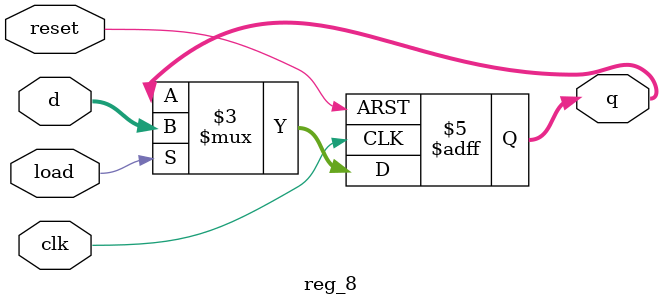
<source format=sv>
module reg_8 (
		input clk,
		input reset,
		input load,
		input logic [7:0]d,
		output logic [7:0]q
	);
	
	always@(posedge clk or posedge reset)
	begin
	
	if(reset)begin
		q <= 0;
	end
	else if (load)begin
		q <= d;
	end	
	else
		begin	
		q <= q;
	end
	end
	
endmodule
</source>
